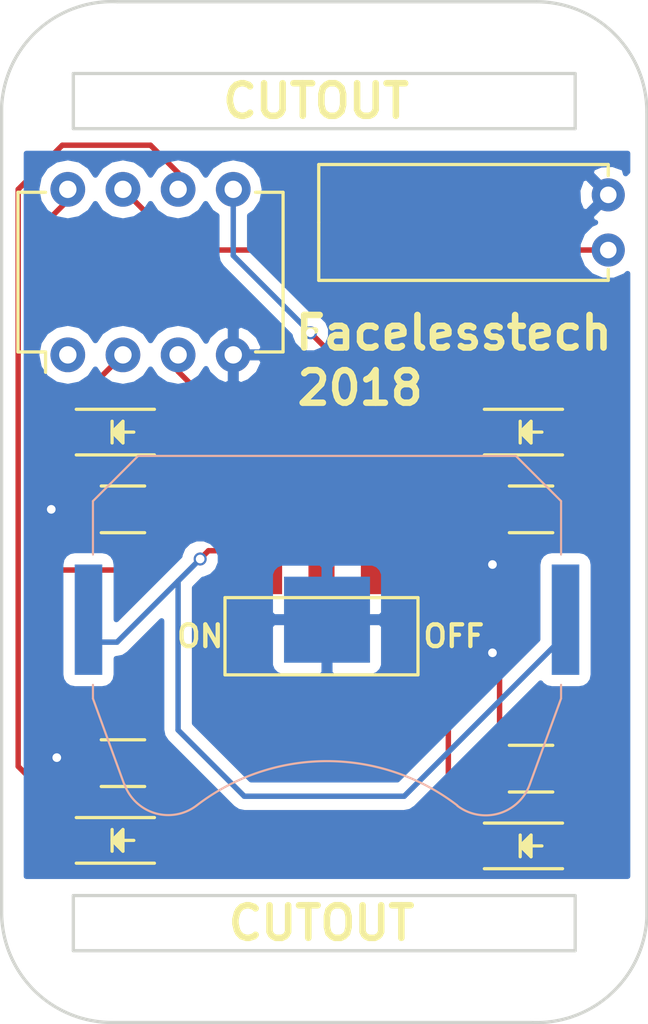
<source format=kicad_pcb>
(kicad_pcb (version 4) (host pcbnew 4.0.5+dfsg1-4)

  (general
    (links 18)
    (no_connects 0)
    (area 116.741 67.736653 149.681001 114.889347)
    (thickness 1.6)
    (drawings 22)
    (tracks 60)
    (zones 0)
    (modules 12)
    (nets 15)
  )

  (page A4)
  (layers
    (0 F.Cu signal)
    (31 B.Cu signal)
    (32 B.Adhes user)
    (33 F.Adhes user)
    (34 B.Paste user)
    (35 F.Paste user)
    (36 B.SilkS user)
    (37 F.SilkS user)
    (38 B.Mask user)
    (39 F.Mask user)
    (40 Dwgs.User user)
    (41 Cmts.User user)
    (42 Eco1.User user)
    (43 Eco2.User user)
    (44 Edge.Cuts user)
    (45 Margin user)
    (46 B.CrtYd user)
    (47 F.CrtYd user)
    (48 B.Fab user)
    (49 F.Fab user)
  )

  (setup
    (last_trace_width 0.25)
    (trace_clearance 0.2)
    (zone_clearance 0.508)
    (zone_45_only no)
    (trace_min 0.2)
    (segment_width 0.2)
    (edge_width 0.15)
    (via_size 0.6)
    (via_drill 0.4)
    (via_min_size 0.4)
    (via_min_drill 0.3)
    (uvia_size 0.3)
    (uvia_drill 0.1)
    (uvias_allowed no)
    (uvia_min_size 0.2)
    (uvia_min_drill 0.1)
    (pcb_text_width 0.3)
    (pcb_text_size 1.5 1.5)
    (mod_edge_width 0.15)
    (mod_text_size 1 1)
    (mod_text_width 0.15)
    (pad_size 3.96 3.96)
    (pad_drill 0)
    (pad_to_mask_clearance 0.2)
    (aux_axis_origin 0 0)
    (visible_elements FFFFFF7F)
    (pcbplotparams
      (layerselection 0x010f0_80000001)
      (usegerberextensions false)
      (excludeedgelayer true)
      (linewidth 0.100000)
      (plotframeref false)
      (viasonmask false)
      (mode 1)
      (useauxorigin false)
      (hpglpennumber 1)
      (hpglpenspeed 20)
      (hpglpendiameter 15)
      (hpglpenoverlay 2)
      (psnegative false)
      (psa4output false)
      (plotreference true)
      (plotvalue true)
      (plotinvisibletext false)
      (padsonsilk false)
      (subtractmaskfromsilk false)
      (outputformat 1)
      (mirror false)
      (drillshape 0)
      (scaleselection 1)
      (outputdirectory gerber/))
  )

  (net 0 "")
  (net 1 "Net-(BT1-Pad2)")
  (net 2 "Net-(BT1-Pad1)")
  (net 3 "Net-(IC1-Pad1)")
  (net 4 "Net-(IC1-Pad7)")
  (net 5 "Net-(D1-Pad2)")
  (net 6 "Net-(D1-Pad1)")
  (net 7 "Net-(D2-Pad2)")
  (net 8 "Net-(D2-Pad1)")
  (net 9 "Net-(D3-Pad2)")
  (net 10 "Net-(D3-Pad1)")
  (net 11 "Net-(D4-Pad2)")
  (net 12 "Net-(D4-Pad1)")
  (net 13 "Net-(IC1-Pad8)")
  (net 14 "Net-(SW1-Pad3)")

  (net_class Default "This is the default net class."
    (clearance 0.2)
    (trace_width 0.25)
    (via_dia 0.6)
    (via_drill 0.4)
    (uvia_dia 0.3)
    (uvia_drill 0.1)
    (add_net "Net-(BT1-Pad1)")
    (add_net "Net-(BT1-Pad2)")
    (add_net "Net-(D1-Pad1)")
    (add_net "Net-(D1-Pad2)")
    (add_net "Net-(D2-Pad1)")
    (add_net "Net-(D2-Pad2)")
    (add_net "Net-(D3-Pad1)")
    (add_net "Net-(D3-Pad2)")
    (add_net "Net-(D4-Pad1)")
    (add_net "Net-(D4-Pad2)")
    (add_net "Net-(IC1-Pad1)")
    (add_net "Net-(IC1-Pad7)")
    (add_net "Net-(IC1-Pad8)")
    (add_net "Net-(SW1-Pad3)")
  )

  (module Battery_Holders:Keystone_3034_1x20mm-CoinCell (layer B.Cu) (tedit 5AAE71FF) (tstamp 5A918DCD)
    (at 134.874 96.266 180)
    (descr "Keystone 3034 SMD battery holder for 2020, 2025 and 2032 coincell batteries. http://www.keyelco.com/product-pdf.cfm?p=798")
    (tags "Keystone type 3034 coin cell retainer")
    (path /5A6DD8B3)
    (attr smd)
    (fp_text reference BT1 (at 0 11.5 180) (layer B.SilkS) hide
      (effects (font (size 1 1) (thickness 0.15)) (justify mirror))
    )
    (fp_text value Battery_Cell (at 0 -11.5 180) (layer B.Fab) hide
      (effects (font (size 1 1) (thickness 0.15)) (justify mirror))
    )
    (fp_text user %R (at 0 2.9 180) (layer B.Fab) hide
      (effects (font (size 1 1) (thickness 0.15)) (justify mirror))
    )
    (fp_circle (center 0 0) (end 0 -10.25) (layer Dwgs.User) (width 0.15))
    (fp_arc (start 0 -16.36) (end 6 -8.55) (angle 75.1) (layer B.SilkS) (width 0.1))
    (fp_arc (start -7.31 -6.85) (end -9.34 -7.58) (angle 107.5) (layer B.SilkS) (width 0.1))
    (fp_line (start -10.78 -3.63) (end -9.34 -7.58) (layer B.SilkS) (width 0.1))
    (fp_line (start -8.7 7.54) (end -10.78 5.46) (layer B.SilkS) (width 0.1))
    (fp_line (start 8.7 7.54) (end -8.7 7.54) (layer B.SilkS) (width 0.1))
    (fp_line (start 8.7 7.54) (end 10.78 5.46) (layer B.SilkS) (width 0.1))
    (fp_line (start 10.78 -3.63) (end 9.34 -7.58) (layer B.SilkS) (width 0.1))
    (fp_arc (start 7.31 -6.85) (end 6 -8.55) (angle 107.5) (layer B.SilkS) (width 0.1))
    (fp_line (start -10.78 5.46) (end -10.78 3) (layer B.SilkS) (width 0.1))
    (fp_line (start -10.78 -3) (end -10.78 -3.63) (layer B.SilkS) (width 0.1))
    (fp_line (start 10.78 5.46) (end 10.78 3) (layer B.SilkS) (width 0.1))
    (fp_line (start 10.78 -3) (end 10.78 -3.63) (layer B.SilkS) (width 0.1))
    (fp_line (start -9.19 -7.53) (end -10.63 -3.6) (layer B.Fab) (width 0.1))
    (fp_line (start -10.63 -3.6) (end -10.63 5.4) (layer B.Fab) (width 0.1))
    (fp_line (start -10.63 5.4) (end -8.64 7.39) (layer B.Fab) (width 0.1))
    (fp_line (start -8.64 7.39) (end 8.64 7.39) (layer B.Fab) (width 0.1))
    (fp_line (start 8.64 7.39) (end 10.63 5.4) (layer B.Fab) (width 0.1))
    (fp_line (start 10.63 5.4) (end 10.63 -3.6) (layer B.Fab) (width 0.1))
    (fp_line (start 10.63 -3.6) (end 9.19 -7.53) (layer B.Fab) (width 0.1))
    (fp_arc (start 7.31 -6.85) (end 6.1 -8.43) (angle 107.5) (layer B.Fab) (width 0.1))
    (fp_arc (start 0 -16.36) (end 6.1 -8.43) (angle 75.1) (layer B.Fab) (width 0.1))
    (fp_arc (start -7.31 -6.85) (end -9.19 -7.53) (angle 107.5) (layer B.Fab) (width 0.1))
    (fp_line (start 11.87 2.79) (end 10.88 2.79) (layer B.CrtYd) (width 0.05))
    (fp_line (start 10.88 2.79) (end 10.88 5.5) (layer B.CrtYd) (width 0.05))
    (fp_line (start 10.88 5.5) (end 8.74 7.64) (layer B.CrtYd) (width 0.05))
    (fp_line (start 8.74 7.64) (end 7.2 7.64) (layer B.CrtYd) (width 0.05))
    (fp_arc (start 0 0) (end 7.2 7.64) (angle 86.6) (layer B.CrtYd) (width 0.05))
    (fp_line (start -7.2 7.64) (end -8.74 7.64) (layer B.CrtYd) (width 0.05))
    (fp_line (start -8.74 7.64) (end -10.88 5.5) (layer B.CrtYd) (width 0.05))
    (fp_line (start -10.88 5.5) (end -10.88 2.79) (layer B.CrtYd) (width 0.05))
    (fp_line (start -10.88 2.79) (end -11.87 2.79) (layer B.CrtYd) (width 0.05))
    (fp_line (start -11.87 2.79) (end -11.87 -2.79) (layer B.CrtYd) (width 0.05))
    (fp_line (start -11.87 -2.79) (end -10.88 -2.79) (layer B.CrtYd) (width 0.05))
    (fp_line (start -10.88 -2.79) (end -10.88 -3.64) (layer B.CrtYd) (width 0.05))
    (fp_line (start -10.88 -3.64) (end -9.44 -7.62) (layer B.CrtYd) (width 0.05))
    (fp_arc (start -7.31 -6.85) (end -9.43 -7.62) (angle 106.9) (layer B.CrtYd) (width 0.05))
    (fp_arc (start 0 0) (end -5.96 -8.64) (angle 69.1) (layer B.CrtYd) (width 0.05))
    (fp_arc (start 7.31 -6.85) (end 5.96 -8.64) (angle 106.9) (layer B.CrtYd) (width 0.05))
    (fp_line (start 9.43 -7.63) (end 10.88 -3.64) (layer B.CrtYd) (width 0.05))
    (fp_line (start 10.88 -3.64) (end 10.88 -2.79) (layer B.CrtYd) (width 0.05))
    (fp_line (start 10.88 -2.79) (end 11.87 -2.79) (layer B.CrtYd) (width 0.05))
    (fp_line (start 11.87 -2.79) (end 11.87 2.79) (layer B.CrtYd) (width 0.05))
    (pad 2 smd rect (at 0 0 180) (size 3.96 3.96) (layers B.Cu B.Paste B.Mask)
      (net 1 "Net-(BT1-Pad2)"))
    (pad 1 smd rect (at 10.985 0 180) (size 1.27 5.08) (layers B.Cu B.Paste B.Mask)
      (net 2 "Net-(BT1-Pad1)"))
    (pad 1 smd rect (at -10.985 0 180) (size 1.27 5.08) (layers B.Cu B.Paste B.Mask)
      (net 2 "Net-(BT1-Pad1)"))
    (model ${KISYS3DMOD}/Battery_Holders.3dshapes/Keystone_3034_1x20mm-CoinCell.wrl
      (at (xyz 0 0 0))
      (scale (xyz 1 1 1))
      (rotate (xyz 0 0 0))
    )
  )

  (module Housings_DIP:DIP-8_W7.62mm (layer F.Cu) (tedit 5AAE716E) (tstamp 5A919692)
    (at 122.936 84.074 90)
    (descr "8-lead dip package, row spacing 7.62 mm (300 mils)")
    (tags "dil dip 2.54 300")
    (path /5A8FFC33)
    (fp_text reference IC1 (at 0 -5.22 90) (layer F.SilkS) hide
      (effects (font (size 1 1) (thickness 0.15)))
    )
    (fp_text value ATTINY85-P (at 0 -3.72 90) (layer F.Fab) hide
      (effects (font (size 1 1) (thickness 0.15)))
    )
    (fp_line (start -1.05 -2.45) (end -1.05 10.1) (layer F.CrtYd) (width 0.05))
    (fp_line (start 8.65 -2.45) (end 8.65 10.1) (layer F.CrtYd) (width 0.05))
    (fp_line (start -1.05 -2.45) (end 8.65 -2.45) (layer F.CrtYd) (width 0.05))
    (fp_line (start -1.05 10.1) (end 8.65 10.1) (layer F.CrtYd) (width 0.05))
    (fp_line (start 0.135 -2.295) (end 0.135 -1.025) (layer F.SilkS) (width 0.15))
    (fp_line (start 7.485 -2.295) (end 7.485 -1.025) (layer F.SilkS) (width 0.15))
    (fp_line (start 7.485 9.915) (end 7.485 8.645) (layer F.SilkS) (width 0.15))
    (fp_line (start 0.135 9.915) (end 0.135 8.645) (layer F.SilkS) (width 0.15))
    (fp_line (start 0.135 -2.295) (end 7.485 -2.295) (layer F.SilkS) (width 0.15))
    (fp_line (start 0.135 9.915) (end 7.485 9.915) (layer F.SilkS) (width 0.15))
    (fp_line (start 0.135 -1.025) (end -0.8 -1.025) (layer F.SilkS) (width 0.15))
    (pad 1 thru_hole oval (at 0 0 90) (size 1.6 1.6) (drill 0.8) (layers *.Cu *.Mask)
      (net 3 "Net-(IC1-Pad1)"))
    (pad 2 thru_hole oval (at 0 2.54 90) (size 1.6 1.6) (drill 0.8) (layers *.Cu *.Mask)
      (net 12 "Net-(D4-Pad1)"))
    (pad 3 thru_hole oval (at 0 5.08 90) (size 1.6 1.6) (drill 0.8) (layers *.Cu *.Mask)
      (net 8 "Net-(D2-Pad1)"))
    (pad 4 thru_hole oval (at 0 7.62 90) (size 1.6 1.6) (drill 0.8) (layers *.Cu *.Mask)
      (net 1 "Net-(BT1-Pad2)"))
    (pad 5 thru_hole oval (at 7.62 7.62 90) (size 1.6 1.6) (drill 0.8) (layers *.Cu *.Mask)
      (net 10 "Net-(D3-Pad1)"))
    (pad 6 thru_hole oval (at 7.62 5.08 90) (size 1.6 1.6) (drill 0.8) (layers *.Cu *.Mask)
      (net 6 "Net-(D1-Pad1)"))
    (pad 7 thru_hole oval (at 7.62 2.54 90) (size 1.6 1.6) (drill 0.8) (layers *.Cu *.Mask)
      (net 4 "Net-(IC1-Pad7)"))
    (pad 8 thru_hole oval (at 7.62 0 90) (size 1.6 1.6) (drill 0.8) (layers *.Cu *.Mask)
      (net 13 "Net-(IC1-Pad8)"))
    (model Housings_DIP.3dshapes/DIP-8_W7.62mm.wrl
      (at (xyz 0 0 0))
      (scale (xyz 1 1 1))
      (rotate (xyz 0 0 0))
    )
  )

  (module LEDs:LED_1206 (layer F.Cu) (tedit 5AAE7807) (tstamp 5AA97CFD)
    (at 125.476 106.426)
    (descr "LED 1206 smd package")
    (tags "LED1206 SMD")
    (path /5AA97AFB)
    (attr smd)
    (fp_text reference D1 (at 0 -2) (layer F.SilkS) hide
      (effects (font (size 1 1) (thickness 0.15)))
    )
    (fp_text value LED (at 3.81 0) (layer F.SilkS) hide
      (effects (font (size 1 1) (thickness 0.15)))
    )
    (fp_line (start -0.5 -0.5) (end -0.5 0.5) (layer F.Fab) (width 0.15))
    (fp_line (start -0.5 0) (end 0 -0.5) (layer F.Fab) (width 0.15))
    (fp_line (start 0 0.5) (end -0.5 0) (layer F.Fab) (width 0.15))
    (fp_line (start 0 -0.5) (end 0 0.5) (layer F.Fab) (width 0.15))
    (fp_line (start -1.6 0.8) (end -1.6 -0.8) (layer F.Fab) (width 0.15))
    (fp_line (start 1.6 0.8) (end -1.6 0.8) (layer F.Fab) (width 0.15))
    (fp_line (start 1.6 -0.8) (end 1.6 0.8) (layer F.Fab) (width 0.15))
    (fp_line (start -1.6 -0.8) (end 1.6 -0.8) (layer F.Fab) (width 0.15))
    (fp_line (start -2.15 1.05) (end 1.45 1.05) (layer F.SilkS) (width 0.15))
    (fp_line (start -2.15 -1.05) (end 1.45 -1.05) (layer F.SilkS) (width 0.15))
    (fp_line (start -0.1 -0.3) (end -0.1 0.3) (layer F.SilkS) (width 0.15))
    (fp_line (start -0.1 0.3) (end -0.4 0) (layer F.SilkS) (width 0.15))
    (fp_line (start -0.4 0) (end -0.2 -0.2) (layer F.SilkS) (width 0.15))
    (fp_line (start -0.2 -0.2) (end -0.2 0.05) (layer F.SilkS) (width 0.15))
    (fp_line (start -0.2 0.05) (end -0.25 0) (layer F.SilkS) (width 0.15))
    (fp_line (start -0.5 -0.5) (end -0.5 0.5) (layer F.SilkS) (width 0.15))
    (fp_line (start 0 0) (end 0.5 0) (layer F.SilkS) (width 0.15))
    (fp_line (start -0.5 0) (end 0 -0.5) (layer F.SilkS) (width 0.15))
    (fp_line (start 0 -0.5) (end 0 0.5) (layer F.SilkS) (width 0.15))
    (fp_line (start 0 0.5) (end -0.5 0) (layer F.SilkS) (width 0.15))
    (fp_line (start 2.5 -1.25) (end -2.5 -1.25) (layer F.CrtYd) (width 0.05))
    (fp_line (start -2.5 -1.25) (end -2.5 1.25) (layer F.CrtYd) (width 0.05))
    (fp_line (start -2.5 1.25) (end 2.5 1.25) (layer F.CrtYd) (width 0.05))
    (fp_line (start 2.5 1.25) (end 2.5 -1.25) (layer F.CrtYd) (width 0.05))
    (pad 2 smd rect (at 1.41986 0 180) (size 1.59766 1.80086) (layers F.Cu F.Paste F.Mask)
      (net 5 "Net-(D1-Pad2)"))
    (pad 1 smd rect (at -1.41986 0 180) (size 1.59766 1.80086) (layers F.Cu F.Paste F.Mask)
      (net 6 "Net-(D1-Pad1)"))
    (model LEDs.3dshapes/LED_1206.wrl
      (at (xyz 0 0 0))
      (scale (xyz 1 1 1))
      (rotate (xyz 0 0 180))
    )
  )

  (module LEDs:LED_1206 (layer F.Cu) (tedit 5AAE780C) (tstamp 5AA97D03)
    (at 144.272 106.68)
    (descr "LED 1206 smd package")
    (tags "LED1206 SMD")
    (path /5AA97B24)
    (attr smd)
    (fp_text reference D2 (at 0 -2) (layer F.SilkS) hide
      (effects (font (size 1 1) (thickness 0.15)))
    )
    (fp_text value LED (at -4.064 0) (layer F.SilkS) hide
      (effects (font (size 1 1) (thickness 0.15)))
    )
    (fp_line (start -0.5 -0.5) (end -0.5 0.5) (layer F.Fab) (width 0.15))
    (fp_line (start -0.5 0) (end 0 -0.5) (layer F.Fab) (width 0.15))
    (fp_line (start 0 0.5) (end -0.5 0) (layer F.Fab) (width 0.15))
    (fp_line (start 0 -0.5) (end 0 0.5) (layer F.Fab) (width 0.15))
    (fp_line (start -1.6 0.8) (end -1.6 -0.8) (layer F.Fab) (width 0.15))
    (fp_line (start 1.6 0.8) (end -1.6 0.8) (layer F.Fab) (width 0.15))
    (fp_line (start 1.6 -0.8) (end 1.6 0.8) (layer F.Fab) (width 0.15))
    (fp_line (start -1.6 -0.8) (end 1.6 -0.8) (layer F.Fab) (width 0.15))
    (fp_line (start -2.15 1.05) (end 1.45 1.05) (layer F.SilkS) (width 0.15))
    (fp_line (start -2.15 -1.05) (end 1.45 -1.05) (layer F.SilkS) (width 0.15))
    (fp_line (start -0.1 -0.3) (end -0.1 0.3) (layer F.SilkS) (width 0.15))
    (fp_line (start -0.1 0.3) (end -0.4 0) (layer F.SilkS) (width 0.15))
    (fp_line (start -0.4 0) (end -0.2 -0.2) (layer F.SilkS) (width 0.15))
    (fp_line (start -0.2 -0.2) (end -0.2 0.05) (layer F.SilkS) (width 0.15))
    (fp_line (start -0.2 0.05) (end -0.25 0) (layer F.SilkS) (width 0.15))
    (fp_line (start -0.5 -0.5) (end -0.5 0.5) (layer F.SilkS) (width 0.15))
    (fp_line (start 0 0) (end 0.5 0) (layer F.SilkS) (width 0.15))
    (fp_line (start -0.5 0) (end 0 -0.5) (layer F.SilkS) (width 0.15))
    (fp_line (start 0 -0.5) (end 0 0.5) (layer F.SilkS) (width 0.15))
    (fp_line (start 0 0.5) (end -0.5 0) (layer F.SilkS) (width 0.15))
    (fp_line (start 2.5 -1.25) (end -2.5 -1.25) (layer F.CrtYd) (width 0.05))
    (fp_line (start -2.5 -1.25) (end -2.5 1.25) (layer F.CrtYd) (width 0.05))
    (fp_line (start -2.5 1.25) (end 2.5 1.25) (layer F.CrtYd) (width 0.05))
    (fp_line (start 2.5 1.25) (end 2.5 -1.25) (layer F.CrtYd) (width 0.05))
    (pad 2 smd rect (at 1.41986 0 180) (size 1.59766 1.80086) (layers F.Cu F.Paste F.Mask)
      (net 7 "Net-(D2-Pad2)"))
    (pad 1 smd rect (at -1.41986 0 180) (size 1.59766 1.80086) (layers F.Cu F.Paste F.Mask)
      (net 8 "Net-(D2-Pad1)"))
    (model LEDs.3dshapes/LED_1206.wrl
      (at (xyz 0 0 0))
      (scale (xyz 1 1 1))
      (rotate (xyz 0 0 180))
    )
  )

  (module LEDs:LED_1206 (layer F.Cu) (tedit 5AAE7626) (tstamp 5AA97D09)
    (at 144.272 87.63)
    (descr "LED 1206 smd package")
    (tags "LED1206 SMD")
    (path /5AA97ADA)
    (attr smd)
    (fp_text reference D3 (at 0 -2) (layer F.SilkS) hide
      (effects (font (size 1 1) (thickness 0.15)))
    )
    (fp_text value LED (at 0 2) (layer F.Fab) hide
      (effects (font (size 1 1) (thickness 0.15)))
    )
    (fp_line (start -0.5 -0.5) (end -0.5 0.5) (layer F.Fab) (width 0.15))
    (fp_line (start -0.5 0) (end 0 -0.5) (layer F.Fab) (width 0.15))
    (fp_line (start 0 0.5) (end -0.5 0) (layer F.Fab) (width 0.15))
    (fp_line (start 0 -0.5) (end 0 0.5) (layer F.Fab) (width 0.15))
    (fp_line (start -1.6 0.8) (end -1.6 -0.8) (layer F.Fab) (width 0.15))
    (fp_line (start 1.6 0.8) (end -1.6 0.8) (layer F.Fab) (width 0.15))
    (fp_line (start 1.6 -0.8) (end 1.6 0.8) (layer F.Fab) (width 0.15))
    (fp_line (start -1.6 -0.8) (end 1.6 -0.8) (layer F.Fab) (width 0.15))
    (fp_line (start -2.15 1.05) (end 1.45 1.05) (layer F.SilkS) (width 0.15))
    (fp_line (start -2.15 -1.05) (end 1.45 -1.05) (layer F.SilkS) (width 0.15))
    (fp_line (start -0.1 -0.3) (end -0.1 0.3) (layer F.SilkS) (width 0.15))
    (fp_line (start -0.1 0.3) (end -0.4 0) (layer F.SilkS) (width 0.15))
    (fp_line (start -0.4 0) (end -0.2 -0.2) (layer F.SilkS) (width 0.15))
    (fp_line (start -0.2 -0.2) (end -0.2 0.05) (layer F.SilkS) (width 0.15))
    (fp_line (start -0.2 0.05) (end -0.25 0) (layer F.SilkS) (width 0.15))
    (fp_line (start -0.5 -0.5) (end -0.5 0.5) (layer F.SilkS) (width 0.15))
    (fp_line (start 0 0) (end 0.5 0) (layer F.SilkS) (width 0.15))
    (fp_line (start -0.5 0) (end 0 -0.5) (layer F.SilkS) (width 0.15))
    (fp_line (start 0 -0.5) (end 0 0.5) (layer F.SilkS) (width 0.15))
    (fp_line (start 0 0.5) (end -0.5 0) (layer F.SilkS) (width 0.15))
    (fp_line (start 2.5 -1.25) (end -2.5 -1.25) (layer F.CrtYd) (width 0.05))
    (fp_line (start -2.5 -1.25) (end -2.5 1.25) (layer F.CrtYd) (width 0.05))
    (fp_line (start -2.5 1.25) (end 2.5 1.25) (layer F.CrtYd) (width 0.05))
    (fp_line (start 2.5 1.25) (end 2.5 -1.25) (layer F.CrtYd) (width 0.05))
    (pad 2 smd rect (at 1.41986 0 180) (size 1.59766 1.80086) (layers F.Cu F.Paste F.Mask)
      (net 9 "Net-(D3-Pad2)"))
    (pad 1 smd rect (at -1.41986 0 180) (size 1.59766 1.80086) (layers F.Cu F.Paste F.Mask)
      (net 10 "Net-(D3-Pad1)"))
    (model LEDs.3dshapes/LED_1206.wrl
      (at (xyz 0 0 0))
      (scale (xyz 1 1 1))
      (rotate (xyz 0 0 180))
    )
  )

  (module LEDs:LED_1206 (layer F.Cu) (tedit 5AAE762E) (tstamp 5AA97D0F)
    (at 125.476 87.63)
    (descr "LED 1206 smd package")
    (tags "LED1206 SMD")
    (path /5AA97A4F)
    (attr smd)
    (fp_text reference D4 (at 0 -2) (layer F.SilkS) hide
      (effects (font (size 1 1) (thickness 0.15)))
    )
    (fp_text value LED (at 0 2) (layer F.Fab) hide
      (effects (font (size 1 1) (thickness 0.15)))
    )
    (fp_line (start -0.5 -0.5) (end -0.5 0.5) (layer F.Fab) (width 0.15))
    (fp_line (start -0.5 0) (end 0 -0.5) (layer F.Fab) (width 0.15))
    (fp_line (start 0 0.5) (end -0.5 0) (layer F.Fab) (width 0.15))
    (fp_line (start 0 -0.5) (end 0 0.5) (layer F.Fab) (width 0.15))
    (fp_line (start -1.6 0.8) (end -1.6 -0.8) (layer F.Fab) (width 0.15))
    (fp_line (start 1.6 0.8) (end -1.6 0.8) (layer F.Fab) (width 0.15))
    (fp_line (start 1.6 -0.8) (end 1.6 0.8) (layer F.Fab) (width 0.15))
    (fp_line (start -1.6 -0.8) (end 1.6 -0.8) (layer F.Fab) (width 0.15))
    (fp_line (start -2.15 1.05) (end 1.45 1.05) (layer F.SilkS) (width 0.15))
    (fp_line (start -2.15 -1.05) (end 1.45 -1.05) (layer F.SilkS) (width 0.15))
    (fp_line (start -0.1 -0.3) (end -0.1 0.3) (layer F.SilkS) (width 0.15))
    (fp_line (start -0.1 0.3) (end -0.4 0) (layer F.SilkS) (width 0.15))
    (fp_line (start -0.4 0) (end -0.2 -0.2) (layer F.SilkS) (width 0.15))
    (fp_line (start -0.2 -0.2) (end -0.2 0.05) (layer F.SilkS) (width 0.15))
    (fp_line (start -0.2 0.05) (end -0.25 0) (layer F.SilkS) (width 0.15))
    (fp_line (start -0.5 -0.5) (end -0.5 0.5) (layer F.SilkS) (width 0.15))
    (fp_line (start 0 0) (end 0.5 0) (layer F.SilkS) (width 0.15))
    (fp_line (start -0.5 0) (end 0 -0.5) (layer F.SilkS) (width 0.15))
    (fp_line (start 0 -0.5) (end 0 0.5) (layer F.SilkS) (width 0.15))
    (fp_line (start 0 0.5) (end -0.5 0) (layer F.SilkS) (width 0.15))
    (fp_line (start 2.5 -1.25) (end -2.5 -1.25) (layer F.CrtYd) (width 0.05))
    (fp_line (start -2.5 -1.25) (end -2.5 1.25) (layer F.CrtYd) (width 0.05))
    (fp_line (start -2.5 1.25) (end 2.5 1.25) (layer F.CrtYd) (width 0.05))
    (fp_line (start 2.5 1.25) (end 2.5 -1.25) (layer F.CrtYd) (width 0.05))
    (pad 2 smd rect (at 1.41986 0 180) (size 1.59766 1.80086) (layers F.Cu F.Paste F.Mask)
      (net 11 "Net-(D4-Pad2)"))
    (pad 1 smd rect (at -1.41986 0 180) (size 1.59766 1.80086) (layers F.Cu F.Paste F.Mask)
      (net 12 "Net-(D4-Pad1)"))
    (model LEDs.3dshapes/LED_1206.wrl
      (at (xyz 0 0 0))
      (scale (xyz 1 1 1))
      (rotate (xyz 0 0 180))
    )
  )

  (module Resistors_SMD:R_1206 (layer F.Cu) (tedit 5AAE7802) (tstamp 5AA97D15)
    (at 125.476 102.87)
    (descr "Resistor SMD 1206, reflow soldering, Vishay (see dcrcw.pdf)")
    (tags "resistor 1206")
    (path /5AA97B94)
    (attr smd)
    (fp_text reference R1 (at 0 -2.3) (layer F.SilkS) hide
      (effects (font (size 1 1) (thickness 0.15)))
    )
    (fp_text value R (at 0 2.3) (layer F.Fab) hide
      (effects (font (size 1 1) (thickness 0.15)))
    )
    (fp_line (start -1.6 0.8) (end -1.6 -0.8) (layer F.Fab) (width 0.1))
    (fp_line (start 1.6 0.8) (end -1.6 0.8) (layer F.Fab) (width 0.1))
    (fp_line (start 1.6 -0.8) (end 1.6 0.8) (layer F.Fab) (width 0.1))
    (fp_line (start -1.6 -0.8) (end 1.6 -0.8) (layer F.Fab) (width 0.1))
    (fp_line (start -2.2 -1.2) (end 2.2 -1.2) (layer F.CrtYd) (width 0.05))
    (fp_line (start -2.2 1.2) (end 2.2 1.2) (layer F.CrtYd) (width 0.05))
    (fp_line (start -2.2 -1.2) (end -2.2 1.2) (layer F.CrtYd) (width 0.05))
    (fp_line (start 2.2 -1.2) (end 2.2 1.2) (layer F.CrtYd) (width 0.05))
    (fp_line (start 1 1.075) (end -1 1.075) (layer F.SilkS) (width 0.15))
    (fp_line (start -1 -1.075) (end 1 -1.075) (layer F.SilkS) (width 0.15))
    (pad 1 smd rect (at -1.45 0) (size 0.9 1.7) (layers F.Cu F.Paste F.Mask)
      (net 1 "Net-(BT1-Pad2)"))
    (pad 2 smd rect (at 1.45 0) (size 0.9 1.7) (layers F.Cu F.Paste F.Mask)
      (net 5 "Net-(D1-Pad2)"))
    (model Resistors_SMD.3dshapes/R_1206.wrl
      (at (xyz 0 0 0))
      (scale (xyz 1 1 1))
      (rotate (xyz 0 0 0))
    )
  )

  (module Resistors_SMD:R_1206 (layer F.Cu) (tedit 5AAE7812) (tstamp 5AA97D1B)
    (at 144.272 103.124)
    (descr "Resistor SMD 1206, reflow soldering, Vishay (see dcrcw.pdf)")
    (tags "resistor 1206")
    (path /5AA97C0C)
    (attr smd)
    (fp_text reference R2 (at 0 -2.3) (layer F.SilkS) hide
      (effects (font (size 1 1) (thickness 0.15)))
    )
    (fp_text value R (at 0 2.3) (layer F.Fab) hide
      (effects (font (size 1 1) (thickness 0.15)))
    )
    (fp_line (start -1.6 0.8) (end -1.6 -0.8) (layer F.Fab) (width 0.1))
    (fp_line (start 1.6 0.8) (end -1.6 0.8) (layer F.Fab) (width 0.1))
    (fp_line (start 1.6 -0.8) (end 1.6 0.8) (layer F.Fab) (width 0.1))
    (fp_line (start -1.6 -0.8) (end 1.6 -0.8) (layer F.Fab) (width 0.1))
    (fp_line (start -2.2 -1.2) (end 2.2 -1.2) (layer F.CrtYd) (width 0.05))
    (fp_line (start -2.2 1.2) (end 2.2 1.2) (layer F.CrtYd) (width 0.05))
    (fp_line (start -2.2 -1.2) (end -2.2 1.2) (layer F.CrtYd) (width 0.05))
    (fp_line (start 2.2 -1.2) (end 2.2 1.2) (layer F.CrtYd) (width 0.05))
    (fp_line (start 1 1.075) (end -1 1.075) (layer F.SilkS) (width 0.15))
    (fp_line (start -1 -1.075) (end 1 -1.075) (layer F.SilkS) (width 0.15))
    (pad 1 smd rect (at -1.45 0) (size 0.9 1.7) (layers F.Cu F.Paste F.Mask)
      (net 1 "Net-(BT1-Pad2)"))
    (pad 2 smd rect (at 1.45 0) (size 0.9 1.7) (layers F.Cu F.Paste F.Mask)
      (net 7 "Net-(D2-Pad2)"))
    (model Resistors_SMD.3dshapes/R_1206.wrl
      (at (xyz 0 0 0))
      (scale (xyz 1 1 1))
      (rotate (xyz 0 0 0))
    )
  )

  (module Resistors_SMD:R_1206 (layer F.Cu) (tedit 5AAE7632) (tstamp 5AA97D21)
    (at 125.476 91.186 180)
    (descr "Resistor SMD 1206, reflow soldering, Vishay (see dcrcw.pdf)")
    (tags "resistor 1206")
    (path /5AA97BCD)
    (attr smd)
    (fp_text reference R3 (at 0 -2.3 180) (layer F.SilkS) hide
      (effects (font (size 1 1) (thickness 0.15)))
    )
    (fp_text value R (at 0 2.3 180) (layer F.Fab) hide
      (effects (font (size 1 1) (thickness 0.15)))
    )
    (fp_line (start -1.6 0.8) (end -1.6 -0.8) (layer F.Fab) (width 0.1))
    (fp_line (start 1.6 0.8) (end -1.6 0.8) (layer F.Fab) (width 0.1))
    (fp_line (start 1.6 -0.8) (end 1.6 0.8) (layer F.Fab) (width 0.1))
    (fp_line (start -1.6 -0.8) (end 1.6 -0.8) (layer F.Fab) (width 0.1))
    (fp_line (start -2.2 -1.2) (end 2.2 -1.2) (layer F.CrtYd) (width 0.05))
    (fp_line (start -2.2 1.2) (end 2.2 1.2) (layer F.CrtYd) (width 0.05))
    (fp_line (start -2.2 -1.2) (end -2.2 1.2) (layer F.CrtYd) (width 0.05))
    (fp_line (start 2.2 -1.2) (end 2.2 1.2) (layer F.CrtYd) (width 0.05))
    (fp_line (start 1 1.075) (end -1 1.075) (layer F.SilkS) (width 0.15))
    (fp_line (start -1 -1.075) (end 1 -1.075) (layer F.SilkS) (width 0.15))
    (pad 1 smd rect (at -1.45 0 180) (size 0.9 1.7) (layers F.Cu F.Paste F.Mask)
      (net 11 "Net-(D4-Pad2)"))
    (pad 2 smd rect (at 1.45 0 180) (size 0.9 1.7) (layers F.Cu F.Paste F.Mask)
      (net 1 "Net-(BT1-Pad2)"))
    (model Resistors_SMD.3dshapes/R_1206.wrl
      (at (xyz 0 0 0))
      (scale (xyz 1 1 1))
      (rotate (xyz 0 0 0))
    )
  )

  (module Resistors_SMD:R_1206 (layer F.Cu) (tedit 5AAE761D) (tstamp 5AA97D27)
    (at 144.272 91.186)
    (descr "Resistor SMD 1206, reflow soldering, Vishay (see dcrcw.pdf)")
    (tags "resistor 1206")
    (path /5AA97B53)
    (attr smd)
    (fp_text reference R4 (at 0 -2.3) (layer F.SilkS) hide
      (effects (font (size 1 1) (thickness 0.15)))
    )
    (fp_text value R (at 0 2.3) (layer F.Fab) hide
      (effects (font (size 1 1) (thickness 0.15)))
    )
    (fp_line (start -1.6 0.8) (end -1.6 -0.8) (layer F.Fab) (width 0.1))
    (fp_line (start 1.6 0.8) (end -1.6 0.8) (layer F.Fab) (width 0.1))
    (fp_line (start 1.6 -0.8) (end 1.6 0.8) (layer F.Fab) (width 0.1))
    (fp_line (start -1.6 -0.8) (end 1.6 -0.8) (layer F.Fab) (width 0.1))
    (fp_line (start -2.2 -1.2) (end 2.2 -1.2) (layer F.CrtYd) (width 0.05))
    (fp_line (start -2.2 1.2) (end 2.2 1.2) (layer F.CrtYd) (width 0.05))
    (fp_line (start -2.2 -1.2) (end -2.2 1.2) (layer F.CrtYd) (width 0.05))
    (fp_line (start 2.2 -1.2) (end 2.2 1.2) (layer F.CrtYd) (width 0.05))
    (fp_line (start 1 1.075) (end -1 1.075) (layer F.SilkS) (width 0.15))
    (fp_line (start -1 -1.075) (end 1 -1.075) (layer F.SilkS) (width 0.15))
    (pad 1 smd rect (at -1.45 0) (size 0.9 1.7) (layers F.Cu F.Paste F.Mask)
      (net 1 "Net-(BT1-Pad2)"))
    (pad 2 smd rect (at 1.45 0) (size 0.9 1.7) (layers F.Cu F.Paste F.Mask)
      (net 9 "Net-(D3-Pad2)"))
    (model Resistors_SMD.3dshapes/R_1206.wrl
      (at (xyz 0 0 0))
      (scale (xyz 1 1 1))
      (rotate (xyz 0 0 0))
    )
  )

  (module ball_tilt_custom:ball_tilt_custom (layer F.Cu) (tedit 5AAE7173) (tstamp 5AA97D2D)
    (at 147.828 77.978 180)
    (path /5A8FFA8F)
    (fp_text reference U1 (at 6.858 -3.429 180) (layer F.SilkS) hide
      (effects (font (size 1 1) (thickness 0.15)))
    )
    (fp_text value tilt_ball_custom (at 6.858 3.556 180) (layer F.Fab) hide
      (effects (font (size 1 1) (thickness 0.15)))
    )
    (fp_line (start 13.335 0) (end 13.335 -2.667) (layer F.SilkS) (width 0.15))
    (fp_line (start 13.335 -2.667) (end 0 -2.667) (layer F.SilkS) (width 0.15))
    (fp_line (start 0 -2.667) (end 0 -2.159) (layer F.SilkS) (width 0.15))
    (fp_line (start 13.335 0) (end 13.335 2.667) (layer F.SilkS) (width 0.15))
    (fp_line (start 13.335 2.667) (end 0 2.667) (layer F.SilkS) (width 0.15))
    (fp_line (start 0 2.667) (end 0 2.159) (layer F.SilkS) (width 0.15))
    (pad 1 thru_hole circle (at 0 -1.27 180) (size 1.524 1.524) (drill 0.762) (layers *.Cu *.Mask)
      (net 4 "Net-(IC1-Pad7)"))
    (pad 2 thru_hole circle (at 0 1.27 180) (size 1.524 1.524) (drill 0.762) (layers *.Cu *.Mask)
      (net 1 "Net-(BT1-Pad2)"))
  )

  (module buttons_custom:switch_6pin_smd_custom (layer F.Cu) (tedit 5AAE71D6) (tstamp 5AAAAC6A)
    (at 134.62 97.028)
    (path /5AAA9EAF)
    (fp_text reference SW1 (at 5.969 0 90) (layer F.SilkS) hide
      (effects (font (size 1 1) (thickness 0.15)))
    )
    (fp_text value SWITCH_INV (at -5.588 0 90) (layer F.Fab) hide
      (effects (font (size 1 1) (thickness 0.15)))
    )
    (fp_line (start 4.445 -1.778) (end 4.445 1.778) (layer F.SilkS) (width 0.15))
    (fp_line (start 4.445 1.778) (end -4.445 1.778) (layer F.SilkS) (width 0.15))
    (fp_line (start -4.445 1.778) (end -4.445 -1.778) (layer F.SilkS) (width 0.15))
    (fp_line (start -4.445 -1.778) (end 4.445 -1.778) (layer F.SilkS) (width 0.15))
    (pad 6 smd rect (at 2.413 3.937) (size 1.2 4) (layers F.Cu F.Paste F.Mask))
    (pad 5 smd rect (at 0 3.937) (size 1.2 4) (layers F.Cu F.Paste F.Mask))
    (pad 4 smd rect (at -2.413 3.937) (size 1.2 4) (layers F.Cu F.Paste F.Mask))
    (pad 2 smd rect (at 0 -3.937) (size 1.2 4) (layers F.Cu F.Paste F.Mask)
      (net 13 "Net-(IC1-Pad8)"))
    (pad 3 smd rect (at 2.413 -3.937) (size 1.2 4) (layers F.Cu F.Paste F.Mask)
      (net 14 "Net-(SW1-Pad3)"))
    (pad 1 smd rect (at -2.413 -3.937) (size 1.2 4) (layers F.Cu F.Paste F.Mask)
      (net 2 "Net-(BT1-Pad1)"))
  )

  (gr_text 2018 (at 136.398 85.598) (layer F.SilkS)
    (effects (font (size 1.5 1.5) (thickness 0.3)))
  )
  (gr_text Facelesstech (at 140.716 83.058) (layer F.SilkS)
    (effects (font (size 1.5 1.5) (thickness 0.3)))
  )
  (gr_line (start 119.888 72.644) (end 119.888 109.728) (angle 90) (layer Edge.Cuts) (width 0.15))
  (gr_line (start 144.526 67.818) (end 125.222 67.818) (angle 90) (layer Edge.Cuts) (width 0.15))
  (gr_line (start 149.606 109.982) (end 149.606 72.898) (angle 90) (layer Edge.Cuts) (width 0.15))
  (gr_line (start 124.968 114.808) (end 144.272 114.808) (angle 90) (layer Edge.Cuts) (width 0.15))
  (gr_arc (start 144.526 72.898) (end 144.526 67.818) (angle 90) (layer Edge.Cuts) (width 0.15))
  (gr_arc (start 124.968 72.898) (end 119.888 72.644) (angle 90) (layer Edge.Cuts) (width 0.15))
  (gr_arc (start 144.526 109.728) (end 149.606 109.982) (angle 90) (layer Edge.Cuts) (width 0.15))
  (gr_arc (start 124.968 109.728) (end 124.968 114.808) (angle 90) (layer Edge.Cuts) (width 0.15))
  (gr_text OFF (at 140.716 97.028) (layer F.SilkS)
    (effects (font (size 1 1) (thickness 0.2)))
  )
  (gr_text ON (at 129.032 97.028) (layer F.SilkS)
    (effects (font (size 1 1) (thickness 0.2)))
  )
  (gr_text CUTOUT (at 134.62 110.236) (layer F.SilkS)
    (effects (font (size 1.5 1.5) (thickness 0.3)))
  )
  (gr_text CUTOUT (at 134.366 72.39) (layer F.SilkS)
    (effects (font (size 1.5 1.5) (thickness 0.3)))
  )
  (gr_line (start 123.19 111.506) (end 123.19 108.966) (angle 90) (layer Edge.Cuts) (width 0.15))
  (gr_line (start 146.304 111.506) (end 123.19 111.506) (angle 90) (layer Edge.Cuts) (width 0.15))
  (gr_line (start 146.304 108.966) (end 146.304 111.506) (angle 90) (layer Edge.Cuts) (width 0.15))
  (gr_line (start 123.19 108.966) (end 146.304 108.966) (angle 90) (layer Edge.Cuts) (width 0.15))
  (gr_line (start 123.19 71.12) (end 123.19 73.66) (angle 90) (layer Edge.Cuts) (width 0.15))
  (gr_line (start 146.304 71.12) (end 123.19 71.12) (angle 90) (layer Edge.Cuts) (width 0.15))
  (gr_line (start 146.304 73.66) (end 146.304 71.12) (angle 90) (layer Edge.Cuts) (width 0.15))
  (gr_line (start 123.19 73.66) (end 146.304 73.66) (angle 90) (layer Edge.Cuts) (width 0.15))

  (segment (start 124.026 102.87) (end 122.682 102.87) (width 0.25) (layer F.Cu) (net 1))
  (via (at 122.428 102.616) (size 0.6) (drill 0.4) (layers F.Cu B.Cu) (net 1))
  (segment (start 122.682 102.87) (end 122.428 102.616) (width 0.25) (layer F.Cu) (net 1) (tstamp 5AAE70D8))
  (segment (start 142.822 103.124) (end 142.822 98.118) (width 0.25) (layer F.Cu) (net 1))
  (via (at 142.494 97.79) (size 0.6) (drill 0.4) (layers F.Cu B.Cu) (net 1))
  (segment (start 142.822 98.118) (end 142.494 97.79) (width 0.25) (layer F.Cu) (net 1) (tstamp 5AAE70CD))
  (segment (start 142.822 91.186) (end 142.822 93.398) (width 0.25) (layer F.Cu) (net 1))
  (via (at 142.494 93.726) (size 0.6) (drill 0.4) (layers F.Cu B.Cu) (net 1))
  (segment (start 142.822 93.398) (end 142.494 93.726) (width 0.25) (layer F.Cu) (net 1) (tstamp 5AAE70BE))
  (segment (start 124.026 91.186) (end 122.174 91.186) (width 0.25) (layer F.Cu) (net 1))
  (via (at 122.174 91.186) (size 0.6) (drill 0.4) (layers F.Cu B.Cu) (net 1))
  (segment (start 145.785 97.3) (end 145.524 97.3) (width 0.25) (layer B.Cu) (net 2))
  (segment (start 145.524 97.3) (end 138.43 104.394) (width 0.25) (layer B.Cu) (net 2) (tstamp 5AAAAF61))
  (segment (start 138.43 104.394) (end 131.064 104.394) (width 0.25) (layer B.Cu) (net 2) (tstamp 5AAAAF62))
  (segment (start 131.064 104.394) (end 128.016 101.346) (width 0.25) (layer B.Cu) (net 2) (tstamp 5AAAAF63))
  (segment (start 128.016 101.346) (end 128.016 94.488) (width 0.25) (layer B.Cu) (net 2) (tstamp 5AAAAF65))
  (segment (start 123.815 97.3) (end 125.204 97.3) (width 0.25) (layer B.Cu) (net 2))
  (segment (start 129.413 93.091) (end 132.207 93.091) (width 0.25) (layer F.Cu) (net 2) (tstamp 5AAAAF4F))
  (segment (start 129.032 93.472) (end 129.413 93.091) (width 0.25) (layer F.Cu) (net 2) (tstamp 5AAAAF4E))
  (via (at 129.032 93.472) (size 0.6) (drill 0.4) (layers F.Cu B.Cu) (net 2))
  (segment (start 125.204 97.3) (end 128.016 94.488) (width 0.25) (layer B.Cu) (net 2) (tstamp 5AAAAF4B))
  (segment (start 128.016 94.488) (end 129.032 93.472) (width 0.25) (layer B.Cu) (net 2) (tstamp 5AAAAF69))
  (segment (start 147.828 79.248) (end 128.27 79.248) (width 0.25) (layer F.Cu) (net 4))
  (segment (start 128.27 79.248) (end 125.476 76.454) (width 0.25) (layer F.Cu) (net 4) (tstamp 5AAE7B17))
  (segment (start 126.926 102.87) (end 126.926 106.39586) (width 0.25) (layer F.Cu) (net 5))
  (segment (start 126.926 106.39586) (end 126.89586 106.426) (width 0.25) (layer F.Cu) (net 5) (tstamp 5AAAAE45))
  (segment (start 128.016 76.454) (end 128.016 75.692) (width 0.25) (layer F.Cu) (net 6))
  (segment (start 128.016 75.692) (end 126.746 74.422) (width 0.25) (layer F.Cu) (net 6) (tstamp 5AAE7A79))
  (segment (start 126.746 74.422) (end 122.682 74.422) (width 0.25) (layer F.Cu) (net 6) (tstamp 5AAE7A7A))
  (segment (start 122.682 74.422) (end 120.65 76.454) (width 0.25) (layer F.Cu) (net 6) (tstamp 5AAE7A7D))
  (segment (start 120.65 76.454) (end 120.65 103.01986) (width 0.25) (layer F.Cu) (net 6) (tstamp 5AAE7A7F))
  (segment (start 120.65 103.01986) (end 124.05614 106.426) (width 0.25) (layer F.Cu) (net 6) (tstamp 5AAE7A81))
  (segment (start 145.722 103.124) (end 145.722 106.64986) (width 0.25) (layer F.Cu) (net 7))
  (segment (start 145.722 106.64986) (end 145.69186 106.68) (width 0.25) (layer F.Cu) (net 7) (tstamp 5AAAAE4C))
  (segment (start 128.016 84.074) (end 128.016 84.836) (width 0.25) (layer F.Cu) (net 8))
  (segment (start 128.016 84.836) (end 131.572 88.392) (width 0.25) (layer F.Cu) (net 8) (tstamp 5AAE7A67))
  (segment (start 131.572 88.392) (end 137.922 88.392) (width 0.25) (layer F.Cu) (net 8) (tstamp 5AAE7A68))
  (segment (start 137.922 88.392) (end 140.462 90.932) (width 0.25) (layer F.Cu) (net 8) (tstamp 5AAE7A6A))
  (segment (start 140.462 90.932) (end 140.462 104.28986) (width 0.25) (layer F.Cu) (net 8) (tstamp 5AAE7A6C))
  (segment (start 140.462 104.28986) (end 142.85214 106.68) (width 0.25) (layer F.Cu) (net 8) (tstamp 5AAE7A6E))
  (segment (start 142.85214 106.68) (end 142.24 106.68) (width 0.25) (layer F.Cu) (net 8))
  (segment (start 145.69186 87.63) (end 145.69186 91.15586) (width 0.25) (layer F.Cu) (net 9))
  (segment (start 145.69186 91.15586) (end 145.722 91.186) (width 0.25) (layer F.Cu) (net 9) (tstamp 5AAAAE2D))
  (segment (start 142.85214 87.63) (end 138.684 87.63) (width 0.25) (layer F.Cu) (net 10))
  (segment (start 130.556 79.502) (end 130.556 76.454) (width 0.25) (layer B.Cu) (net 10) (tstamp 5AAE7AA4))
  (segment (start 134.112 83.058) (end 130.556 79.502) (width 0.25) (layer B.Cu) (net 10) (tstamp 5AAE7AA3))
  (via (at 134.112 83.058) (size 0.6) (drill 0.4) (layers F.Cu B.Cu) (net 10))
  (segment (start 138.684 87.63) (end 134.112 83.058) (width 0.25) (layer F.Cu) (net 10) (tstamp 5AAE7A9C))
  (segment (start 126.89586 87.63) (end 126.89586 91.15586) (width 0.25) (layer F.Cu) (net 11))
  (segment (start 126.89586 91.15586) (end 126.926 91.186) (width 0.25) (layer F.Cu) (net 11) (tstamp 5AAAAE42))
  (segment (start 124.05614 87.63) (end 124.05614 85.49386) (width 0.25) (layer F.Cu) (net 12))
  (segment (start 124.05614 85.49386) (end 125.476 84.074) (width 0.25) (layer F.Cu) (net 12) (tstamp 5AAE7A62))
  (segment (start 134.62 93.091) (end 134.62 90.678) (width 0.25) (layer F.Cu) (net 13))
  (segment (start 121.412 78.486) (end 123.444 76.454) (width 0.25) (layer F.Cu) (net 13) (tstamp 5AAAAF5C))
  (segment (start 121.412 92.71) (end 121.412 78.486) (width 0.25) (layer F.Cu) (net 13) (tstamp 5AAAAF5A))
  (segment (start 122.682 93.98) (end 121.412 92.71) (width 0.25) (layer F.Cu) (net 13) (tstamp 5AAAAF58))
  (segment (start 126.746 93.98) (end 122.682 93.98) (width 0.25) (layer F.Cu) (net 13) (tstamp 5AAAAF57))
  (segment (start 130.556 90.17) (end 126.746 93.98) (width 0.25) (layer F.Cu) (net 13) (tstamp 5AAAAF55))
  (segment (start 134.112 90.17) (end 130.556 90.17) (width 0.25) (layer F.Cu) (net 13) (tstamp 5AAAAF54))
  (segment (start 134.62 90.678) (end 134.112 90.17) (width 0.25) (layer F.Cu) (net 13) (tstamp 5AAAAF52))

  (zone (net 1) (net_name "Net-(BT1-Pad2)") (layer B.Cu) (tstamp 5AAE7070) (hatch edge 0.508)
    (connect_pads (clearance 0.508))
    (min_thickness 0.254)
    (fill yes (arc_segments 16) (thermal_gap 0.508) (thermal_bridge_width 0.508))
    (polygon
      (pts
        (xy 148.844 108.204) (xy 120.904 108.204) (xy 120.904 74.676) (xy 148.844 74.676)
      )
    )
    (filled_polygon
      (pts
        (xy 148.717 75.639392) (xy 148.628607 75.727785) (xy 148.559143 75.485603) (xy 148.035698 75.298856) (xy 147.480632 75.326638)
        (xy 147.096857 75.485603) (xy 147.027392 75.727787) (xy 147.828 76.528395) (xy 147.842143 76.514253) (xy 148.021748 76.693858)
        (xy 148.007605 76.708) (xy 148.021748 76.722143) (xy 147.842143 76.901748) (xy 147.828 76.887605) (xy 147.027392 77.688213)
        (xy 147.096857 77.930397) (xy 147.237318 77.980509) (xy 147.037697 78.06299) (xy 146.644371 78.45563) (xy 146.431243 78.9689)
        (xy 146.430758 79.524661) (xy 146.64299 80.038303) (xy 147.03563 80.431629) (xy 147.5489 80.644757) (xy 148.104661 80.645242)
        (xy 148.618303 80.43301) (xy 148.717 80.334485) (xy 148.717 108.077) (xy 121.031 108.077) (xy 121.031 93.726)
        (xy 122.60656 93.726) (xy 122.60656 98.806) (xy 122.650838 99.041317) (xy 122.78991 99.257441) (xy 123.00211 99.402431)
        (xy 123.254 99.45344) (xy 124.524 99.45344) (xy 124.759317 99.409162) (xy 124.975441 99.27009) (xy 125.120431 99.05789)
        (xy 125.17144 98.806) (xy 125.17144 98.06) (xy 125.204 98.06) (xy 125.494839 98.002148) (xy 125.741401 97.837401)
        (xy 127.256 96.322802) (xy 127.256 101.346) (xy 127.313852 101.636839) (xy 127.478599 101.883401) (xy 130.526599 104.931401)
        (xy 130.773161 105.096148) (xy 131.064 105.154) (xy 138.43 105.154) (xy 138.720839 105.096148) (xy 138.967401 104.931401)
        (xy 144.713494 99.185308) (xy 144.75991 99.257441) (xy 144.97211 99.402431) (xy 145.224 99.45344) (xy 146.494 99.45344)
        (xy 146.729317 99.409162) (xy 146.945441 99.27009) (xy 147.090431 99.05789) (xy 147.14144 98.806) (xy 147.14144 93.726)
        (xy 147.097162 93.490683) (xy 146.95809 93.274559) (xy 146.74589 93.129569) (xy 146.494 93.07856) (xy 145.224 93.07856)
        (xy 144.988683 93.122838) (xy 144.772559 93.26191) (xy 144.627569 93.47411) (xy 144.57656 93.726) (xy 144.57656 97.172638)
        (xy 138.115198 103.634) (xy 131.378802 103.634) (xy 128.776 101.031198) (xy 128.776 96.55175) (xy 132.259 96.55175)
        (xy 132.259 98.37231) (xy 132.355673 98.605699) (xy 132.534302 98.784327) (xy 132.767691 98.881) (xy 134.58825 98.881)
        (xy 134.747 98.72225) (xy 134.747 96.393) (xy 135.001 96.393) (xy 135.001 98.72225) (xy 135.15975 98.881)
        (xy 136.980309 98.881) (xy 137.213698 98.784327) (xy 137.392327 98.605699) (xy 137.489 98.37231) (xy 137.489 96.55175)
        (xy 137.33025 96.393) (xy 135.001 96.393) (xy 134.747 96.393) (xy 132.41775 96.393) (xy 132.259 96.55175)
        (xy 128.776 96.55175) (xy 128.776 94.802802) (xy 129.17168 94.407122) (xy 129.217167 94.407162) (xy 129.560943 94.265117)
        (xy 129.666554 94.15969) (xy 132.259 94.15969) (xy 132.259 95.98025) (xy 132.41775 96.139) (xy 134.747 96.139)
        (xy 134.747 93.80975) (xy 135.001 93.80975) (xy 135.001 96.139) (xy 137.33025 96.139) (xy 137.489 95.98025)
        (xy 137.489 94.15969) (xy 137.392327 93.926301) (xy 137.213698 93.747673) (xy 136.980309 93.651) (xy 135.15975 93.651)
        (xy 135.001 93.80975) (xy 134.747 93.80975) (xy 134.58825 93.651) (xy 132.767691 93.651) (xy 132.534302 93.747673)
        (xy 132.355673 93.926301) (xy 132.259 94.15969) (xy 129.666554 94.15969) (xy 129.824192 94.002327) (xy 129.966838 93.658799)
        (xy 129.967162 93.286833) (xy 129.825117 92.943057) (xy 129.562327 92.679808) (xy 129.218799 92.537162) (xy 128.846833 92.536838)
        (xy 128.503057 92.678883) (xy 128.239808 92.941673) (xy 128.097162 93.285201) (xy 128.097121 93.332077) (xy 125.17144 96.257758)
        (xy 125.17144 93.726) (xy 125.127162 93.490683) (xy 124.98809 93.274559) (xy 124.77589 93.129569) (xy 124.524 93.07856)
        (xy 123.254 93.07856) (xy 123.018683 93.122838) (xy 122.802559 93.26191) (xy 122.657569 93.47411) (xy 122.60656 93.726)
        (xy 121.031 93.726) (xy 121.031 84.045887) (xy 121.501 84.045887) (xy 121.501 84.102113) (xy 121.610233 84.651264)
        (xy 121.921302 85.116811) (xy 122.386849 85.42788) (xy 122.936 85.537113) (xy 123.485151 85.42788) (xy 123.950698 85.116811)
        (xy 124.206 84.734725) (xy 124.461302 85.116811) (xy 124.926849 85.42788) (xy 125.476 85.537113) (xy 126.025151 85.42788)
        (xy 126.490698 85.116811) (xy 126.746 84.734725) (xy 127.001302 85.116811) (xy 127.466849 85.42788) (xy 128.016 85.537113)
        (xy 128.565151 85.42788) (xy 129.030698 85.116811) (xy 129.300986 84.712297) (xy 129.403611 84.929134) (xy 129.818577 85.305041)
        (xy 130.206961 85.465904) (xy 130.429 85.343915) (xy 130.429 84.201) (xy 130.683 84.201) (xy 130.683 85.343915)
        (xy 130.905039 85.465904) (xy 131.293423 85.305041) (xy 131.708389 84.929134) (xy 131.947914 84.423041) (xy 131.826629 84.201)
        (xy 130.683 84.201) (xy 130.429 84.201) (xy 130.409 84.201) (xy 130.409 83.947) (xy 130.429 83.947)
        (xy 130.429 82.804085) (xy 130.683 82.804085) (xy 130.683 83.947) (xy 131.826629 83.947) (xy 131.947914 83.724959)
        (xy 131.708389 83.218866) (xy 131.293423 82.842959) (xy 130.905039 82.682096) (xy 130.683 82.804085) (xy 130.429 82.804085)
        (xy 130.206961 82.682096) (xy 129.818577 82.842959) (xy 129.403611 83.218866) (xy 129.300986 83.435703) (xy 129.030698 83.031189)
        (xy 128.565151 82.72012) (xy 128.016 82.610887) (xy 127.466849 82.72012) (xy 127.001302 83.031189) (xy 126.746 83.413275)
        (xy 126.490698 83.031189) (xy 126.025151 82.72012) (xy 125.476 82.610887) (xy 124.926849 82.72012) (xy 124.461302 83.031189)
        (xy 124.206 83.413275) (xy 123.950698 83.031189) (xy 123.485151 82.72012) (xy 122.936 82.610887) (xy 122.386849 82.72012)
        (xy 121.921302 83.031189) (xy 121.610233 83.496736) (xy 121.501 84.045887) (xy 121.031 84.045887) (xy 121.031 76.425887)
        (xy 121.501 76.425887) (xy 121.501 76.482113) (xy 121.610233 77.031264) (xy 121.921302 77.496811) (xy 122.386849 77.80788)
        (xy 122.936 77.917113) (xy 123.485151 77.80788) (xy 123.950698 77.496811) (xy 124.206 77.114725) (xy 124.461302 77.496811)
        (xy 124.926849 77.80788) (xy 125.476 77.917113) (xy 126.025151 77.80788) (xy 126.490698 77.496811) (xy 126.746 77.114725)
        (xy 127.001302 77.496811) (xy 127.466849 77.80788) (xy 128.016 77.917113) (xy 128.565151 77.80788) (xy 129.030698 77.496811)
        (xy 129.286 77.114725) (xy 129.541302 77.496811) (xy 129.796 77.666995) (xy 129.796 79.502) (xy 129.853852 79.792839)
        (xy 130.018599 80.039401) (xy 133.176878 83.19768) (xy 133.176838 83.243167) (xy 133.318883 83.586943) (xy 133.581673 83.850192)
        (xy 133.925201 83.992838) (xy 134.297167 83.993162) (xy 134.640943 83.851117) (xy 134.904192 83.588327) (xy 135.046838 83.244799)
        (xy 135.047162 82.872833) (xy 134.905117 82.529057) (xy 134.642327 82.265808) (xy 134.298799 82.123162) (xy 134.251923 82.123121)
        (xy 131.316 79.187198) (xy 131.316 77.666995) (xy 131.570698 77.496811) (xy 131.881767 77.031264) (xy 131.987381 76.500302)
        (xy 146.418856 76.500302) (xy 146.446638 77.055368) (xy 146.605603 77.439143) (xy 146.847787 77.508608) (xy 147.648395 76.708)
        (xy 146.847787 75.907392) (xy 146.605603 75.976857) (xy 146.418856 76.500302) (xy 131.987381 76.500302) (xy 131.991 76.482113)
        (xy 131.991 76.425887) (xy 131.881767 75.876736) (xy 131.570698 75.411189) (xy 131.105151 75.10012) (xy 130.556 74.990887)
        (xy 130.006849 75.10012) (xy 129.541302 75.411189) (xy 129.286 75.793275) (xy 129.030698 75.411189) (xy 128.565151 75.10012)
        (xy 128.016 74.990887) (xy 127.466849 75.10012) (xy 127.001302 75.411189) (xy 126.746 75.793275) (xy 126.490698 75.411189)
        (xy 126.025151 75.10012) (xy 125.476 74.990887) (xy 124.926849 75.10012) (xy 124.461302 75.411189) (xy 124.206 75.793275)
        (xy 123.950698 75.411189) (xy 123.485151 75.10012) (xy 122.936 74.990887) (xy 122.386849 75.10012) (xy 121.921302 75.411189)
        (xy 121.610233 75.876736) (xy 121.501 76.425887) (xy 121.031 76.425887) (xy 121.031 74.803) (xy 148.717 74.803)
      )
    )
  )
)

</source>
